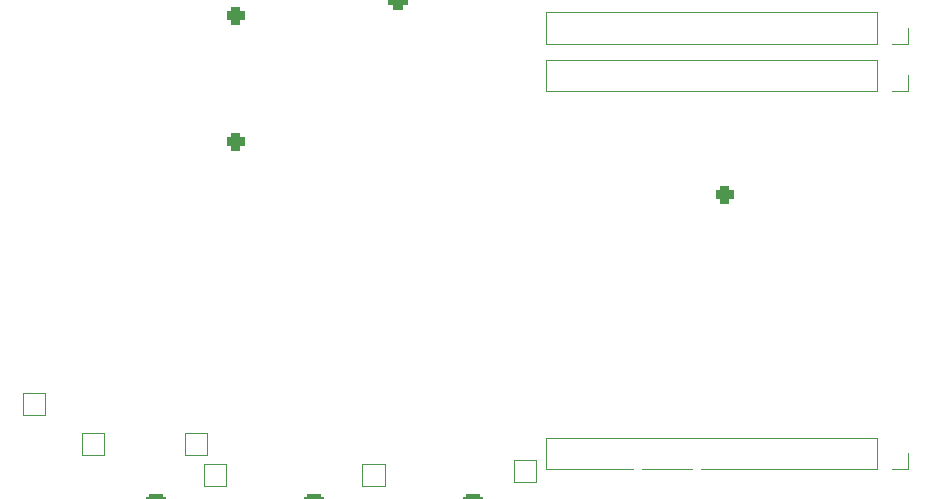
<source format=gbr>
%TF.GenerationSoftware,KiCad,Pcbnew,(6.0.11)*%
%TF.CreationDate,2024-02-29T08:25:03+09:00*%
%TF.ProjectId,Mother_UI,4d6f7468-6572-45f5-9549-2e6b69636164,rev?*%
%TF.SameCoordinates,Original*%
%TF.FileFunction,Legend,Bot*%
%TF.FilePolarity,Positive*%
%FSLAX46Y46*%
G04 Gerber Fmt 4.6, Leading zero omitted, Abs format (unit mm)*
G04 Created by KiCad (PCBNEW (6.0.11)) date 2024-02-29 08:25:03*
%MOMM*%
%LPD*%
G01*
G04 APERTURE LIST*
G04 Aperture macros list*
%AMRoundRect*
0 Rectangle with rounded corners*
0 $1 Rounding radius*
0 $2 $3 $4 $5 $6 $7 $8 $9 X,Y pos of 4 corners*
0 Add a 4 corners polygon primitive as box body*
4,1,4,$2,$3,$4,$5,$6,$7,$8,$9,$2,$3,0*
0 Add four circle primitives for the rounded corners*
1,1,$1+$1,$2,$3*
1,1,$1+$1,$4,$5*
1,1,$1+$1,$6,$7*
1,1,$1+$1,$8,$9*
0 Add four rect primitives between the rounded corners*
20,1,$1+$1,$2,$3,$4,$5,0*
20,1,$1+$1,$4,$5,$6,$7,0*
20,1,$1+$1,$6,$7,$8,$9,0*
20,1,$1+$1,$8,$9,$2,$3,0*%
G04 Aperture macros list end*
%ADD10C,0.120000*%
%ADD11RoundRect,0.381000X-0.381000X0.381000X-0.381000X-0.381000X0.381000X-0.381000X0.381000X0.381000X0*%
%ADD12C,1.524000*%
%ADD13RoundRect,0.250000X0.675000X-0.600000X0.675000X0.600000X-0.675000X0.600000X-0.675000X-0.600000X0*%
%ADD14O,1.850000X1.700000*%
%ADD15RoundRect,0.425000X-0.425000X-0.425000X0.425000X-0.425000X0.425000X0.425000X-0.425000X0.425000X0*%
%ADD16C,1.700000*%
%ADD17RoundRect,0.381000X-0.381000X-0.381000X0.381000X-0.381000X0.381000X0.381000X-0.381000X0.381000X0*%
%ADD18RoundRect,0.250000X-0.600000X-0.675000X0.600000X-0.675000X0.600000X0.675000X-0.600000X0.675000X0*%
%ADD19O,1.700000X1.850000*%
%ADD20C,1.000000*%
%ADD21R,1.900000X1.900000*%
%ADD22C,1.900000*%
%ADD23C,1.440000*%
%ADD24RoundRect,0.250000X-0.675000X0.600000X-0.675000X-0.600000X0.675000X-0.600000X0.675000X0.600000X0*%
%ADD25R,1.600000X1.600000*%
%ADD26O,1.600000X1.600000*%
%ADD27R,1.700000X1.700000*%
%ADD28O,1.700000X1.700000*%
%ADD29R,1.500000X1.500000*%
G04 APERTURE END LIST*
D10*
%TO.C,J10*%
X170680000Y-87280000D02*
X170680000Y-85950000D01*
X168080000Y-87280000D02*
X140080000Y-87280000D01*
X169350000Y-87280000D02*
X170680000Y-87280000D01*
X140080000Y-87280000D02*
X140080000Y-84620000D01*
X168080000Y-84620000D02*
X140080000Y-84620000D01*
X168080000Y-87280000D02*
X168080000Y-84620000D01*
%TO.C,H6*%
X124480000Y-118820000D02*
X124480000Y-120720000D01*
X124480000Y-120720000D02*
X126380000Y-120720000D01*
X126380000Y-120720000D02*
X126380000Y-118820000D01*
X126380000Y-118820000D02*
X124480000Y-118820000D01*
%TO.C,H3*%
X111350000Y-116200000D02*
X109450000Y-116200000D01*
X109450000Y-116200000D02*
X109450000Y-118100000D01*
X109450000Y-118100000D02*
X111350000Y-118100000D01*
X111350000Y-118100000D02*
X111350000Y-116200000D01*
%TO.C,H5*%
X112950000Y-118850000D02*
X111050000Y-118850000D01*
X111050000Y-120750000D02*
X112950000Y-120750000D01*
X112950000Y-120750000D02*
X112950000Y-118850000D01*
X111050000Y-118850000D02*
X111050000Y-120750000D01*
%TO.C,H7*%
X137320000Y-118490000D02*
X137320000Y-120390000D01*
X137320000Y-120390000D02*
X139220000Y-120390000D01*
X139220000Y-118490000D02*
X137320000Y-118490000D01*
X139220000Y-120390000D02*
X139220000Y-118490000D01*
%TO.C,H2*%
X102650000Y-116200000D02*
X100750000Y-116200000D01*
X100750000Y-116200000D02*
X100750000Y-118100000D01*
X102650000Y-118100000D02*
X102650000Y-116200000D01*
X100750000Y-118100000D02*
X102650000Y-118100000D01*
%TO.C,J9*%
X169350000Y-83280000D02*
X170680000Y-83280000D01*
X168080000Y-83280000D02*
X168080000Y-80620000D01*
X140080000Y-83280000D02*
X140080000Y-80620000D01*
X170680000Y-83280000D02*
X170680000Y-81950000D01*
X168080000Y-83280000D02*
X140080000Y-83280000D01*
X168080000Y-80620000D02*
X140080000Y-80620000D01*
%TO.C,J11*%
X168080000Y-116620000D02*
X140080000Y-116620000D01*
X168080000Y-119280000D02*
X168080000Y-116620000D01*
X169350000Y-119280000D02*
X170680000Y-119280000D01*
X168080000Y-119280000D02*
X140080000Y-119280000D01*
X170680000Y-119280000D02*
X170680000Y-117950000D01*
X140080000Y-119280000D02*
X140080000Y-116620000D01*
%TO.C,H1*%
X97650000Y-114700000D02*
X97650000Y-112800000D01*
X95750000Y-112800000D02*
X95750000Y-114700000D01*
X95750000Y-114700000D02*
X97650000Y-114700000D01*
X97650000Y-112800000D02*
X95750000Y-112800000D01*
%TD*%
%LPC*%
D11*
%TO.C,SW7*%
X155160000Y-96040000D03*
D12*
X152660000Y-92840000D03*
X150160000Y-96040000D03*
%TD*%
D13*
%TO.C,J7*%
X173950000Y-116450000D03*
D14*
X173950000Y-113950000D03*
X173950000Y-111450000D03*
%TD*%
D15*
%TO.C,U1*%
X127540000Y-79565000D03*
D16*
X130080000Y-79565000D03*
X132620000Y-79565000D03*
X135160000Y-79565000D03*
%TD*%
D13*
%TO.C,J6*%
X173950000Y-103450000D03*
D14*
X173950000Y-100950000D03*
X173950000Y-98450000D03*
%TD*%
D17*
%TO.C,SW2*%
X113810000Y-80920000D03*
D12*
X113810000Y-83460000D03*
X113810000Y-86000000D03*
%TD*%
D18*
%TO.C,J2*%
X107000000Y-122300000D03*
D19*
X109500000Y-122300000D03*
X112000000Y-122300000D03*
%TD*%
D20*
%TO.C,J8*%
X152850000Y-119580000D03*
X147850000Y-119580000D03*
D21*
X148100000Y-115580000D03*
D22*
X152600000Y-115580000D03*
X153250000Y-123080000D03*
X147450000Y-123080000D03*
%TD*%
D18*
%TO.C,J3*%
X120400000Y-122300000D03*
D19*
X122900000Y-122300000D03*
X125400000Y-122300000D03*
%TD*%
D23*
%TO.C,RV1*%
X163553950Y-94190000D03*
X165350000Y-92393950D03*
X167146050Y-94190000D03*
%TD*%
D13*
%TO.C,J5*%
X173950000Y-90450000D03*
D14*
X173950000Y-87950000D03*
X173950000Y-85450000D03*
%TD*%
D24*
%TO.C,J1*%
X88750000Y-83700000D03*
D14*
X88750000Y-86200000D03*
%TD*%
D18*
%TO.C,J4*%
X133900000Y-122300000D03*
D19*
X136400000Y-122300000D03*
X138900000Y-122300000D03*
%TD*%
D25*
%TO.C,SW1*%
X100770000Y-84725000D03*
D26*
X100770000Y-87265000D03*
X100770000Y-89805000D03*
X100770000Y-92345000D03*
X100770000Y-94885000D03*
X108390000Y-94885000D03*
X108390000Y-92345000D03*
X108390000Y-89805000D03*
X108390000Y-87265000D03*
X108390000Y-84725000D03*
%TD*%
D17*
%TO.C,SW5*%
X113810000Y-91549000D03*
D12*
X113810000Y-94089000D03*
X113810000Y-96629000D03*
%TD*%
D27*
%TO.C,J10*%
X169350000Y-85950000D03*
D28*
X166810000Y-85950000D03*
X164270000Y-85950000D03*
X161730000Y-85950000D03*
X159190000Y-85950000D03*
X156650000Y-85950000D03*
X154110000Y-85950000D03*
X151570000Y-85950000D03*
X149030000Y-85950000D03*
X146490000Y-85950000D03*
X143950000Y-85950000D03*
X141410000Y-85950000D03*
%TD*%
D29*
%TO.C,H6*%
X125430000Y-119770000D03*
%TD*%
%TO.C,H3*%
X110400000Y-117150000D03*
%TD*%
%TO.C,H5*%
X112000000Y-119800000D03*
%TD*%
%TO.C,H7*%
X138270000Y-119440000D03*
%TD*%
%TO.C,H2*%
X101700000Y-117150000D03*
%TD*%
D27*
%TO.C,J9*%
X169350000Y-81950000D03*
D28*
X166810000Y-81950000D03*
X164270000Y-81950000D03*
X161730000Y-81950000D03*
X159190000Y-81950000D03*
X156650000Y-81950000D03*
X154110000Y-81950000D03*
X151570000Y-81950000D03*
X149030000Y-81950000D03*
X146490000Y-81950000D03*
X143950000Y-81950000D03*
X141410000Y-81950000D03*
%TD*%
D27*
%TO.C,J11*%
X169350000Y-117950000D03*
D28*
X166810000Y-117950000D03*
X164270000Y-117950000D03*
X161730000Y-117950000D03*
X159190000Y-117950000D03*
X156650000Y-117950000D03*
X154110000Y-117950000D03*
X151570000Y-117950000D03*
X149030000Y-117950000D03*
X146490000Y-117950000D03*
X143950000Y-117950000D03*
X141410000Y-117950000D03*
%TD*%
D29*
%TO.C,H1*%
X96700000Y-113750000D03*
%TD*%
M02*

</source>
